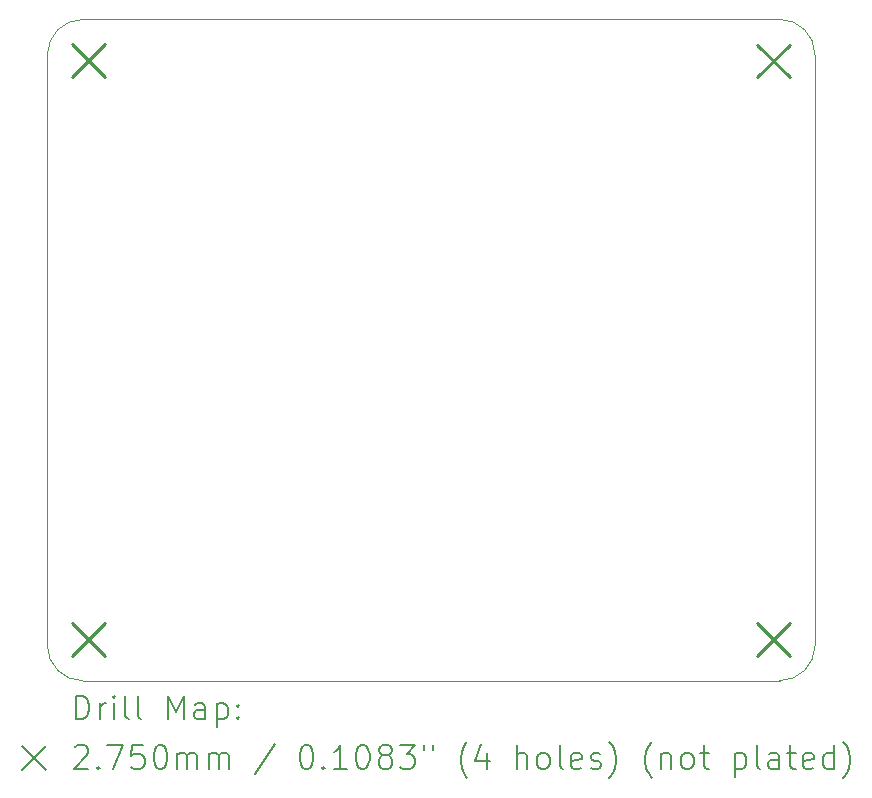
<source format=gbr>
%FSLAX45Y45*%
G04 Gerber Fmt 4.5, Leading zero omitted, Abs format (unit mm)*
G04 Created by KiCad (PCBNEW (5.99.0-12255-gad1ee958b0)) date 2021-11-28 16:30:12*
%MOMM*%
%LPD*%
G01*
G04 APERTURE LIST*
%TA.AperFunction,Profile*%
%ADD10C,0.100000*%
%TD*%
%ADD11C,0.200000*%
%ADD12C,0.275000*%
G04 APERTURE END LIST*
D10*
X14354635Y-11382285D02*
X14354636Y-6381761D01*
X7854636Y-6381761D02*
X7854636Y-11381761D01*
X14354635Y-11382285D02*
G75*
G02*
X14054636Y-11681761I-300000J524D01*
G01*
X14054636Y-6081761D02*
X8154636Y-6081761D01*
X8154636Y-11681761D02*
X14054636Y-11681761D01*
X14054636Y-6081761D02*
G75*
G02*
X14354636Y-6381761I0J-300000D01*
G01*
X7854636Y-6381761D02*
G75*
G02*
X8154636Y-6081761I300000J0D01*
G01*
X8154636Y-11681761D02*
G75*
G02*
X7854636Y-11381761I0J300000D01*
G01*
D11*
D12*
X8066500Y-6293500D02*
X8341500Y-6568500D01*
X8341500Y-6293500D02*
X8066500Y-6568500D01*
X8066500Y-11194500D02*
X8341500Y-11469500D01*
X8341500Y-11194500D02*
X8066500Y-11469500D01*
X13865500Y-11193500D02*
X14140500Y-11468500D01*
X14140500Y-11193500D02*
X13865500Y-11468500D01*
X13866500Y-6295500D02*
X14141500Y-6570500D01*
X14141500Y-6295500D02*
X13866500Y-6570500D01*
D11*
X8097255Y-12007237D02*
X8097255Y-11807237D01*
X8144874Y-11807237D01*
X8173445Y-11816761D01*
X8192493Y-11835809D01*
X8202016Y-11854856D01*
X8211540Y-11892951D01*
X8211540Y-11921523D01*
X8202016Y-11959618D01*
X8192493Y-11978666D01*
X8173445Y-11997713D01*
X8144874Y-12007237D01*
X8097255Y-12007237D01*
X8297255Y-12007237D02*
X8297255Y-11873904D01*
X8297255Y-11911999D02*
X8306778Y-11892951D01*
X8316302Y-11883428D01*
X8335350Y-11873904D01*
X8354397Y-11873904D01*
X8421064Y-12007237D02*
X8421064Y-11873904D01*
X8421064Y-11807237D02*
X8411540Y-11816761D01*
X8421064Y-11826285D01*
X8430588Y-11816761D01*
X8421064Y-11807237D01*
X8421064Y-11826285D01*
X8544874Y-12007237D02*
X8525826Y-11997713D01*
X8516302Y-11978666D01*
X8516302Y-11807237D01*
X8649636Y-12007237D02*
X8630588Y-11997713D01*
X8621064Y-11978666D01*
X8621064Y-11807237D01*
X8878207Y-12007237D02*
X8878207Y-11807237D01*
X8944874Y-11950094D01*
X9011540Y-11807237D01*
X9011540Y-12007237D01*
X9192493Y-12007237D02*
X9192493Y-11902475D01*
X9182969Y-11883428D01*
X9163921Y-11873904D01*
X9125826Y-11873904D01*
X9106778Y-11883428D01*
X9192493Y-11997713D02*
X9173445Y-12007237D01*
X9125826Y-12007237D01*
X9106778Y-11997713D01*
X9097255Y-11978666D01*
X9097255Y-11959618D01*
X9106778Y-11940571D01*
X9125826Y-11931047D01*
X9173445Y-11931047D01*
X9192493Y-11921523D01*
X9287731Y-11873904D02*
X9287731Y-12073904D01*
X9287731Y-11883428D02*
X9306778Y-11873904D01*
X9344874Y-11873904D01*
X9363921Y-11883428D01*
X9373445Y-11892951D01*
X9382969Y-11911999D01*
X9382969Y-11969142D01*
X9373445Y-11988190D01*
X9363921Y-11997713D01*
X9344874Y-12007237D01*
X9306778Y-12007237D01*
X9287731Y-11997713D01*
X9468683Y-11988190D02*
X9478207Y-11997713D01*
X9468683Y-12007237D01*
X9459159Y-11997713D01*
X9468683Y-11988190D01*
X9468683Y-12007237D01*
X9468683Y-11883428D02*
X9478207Y-11892951D01*
X9468683Y-11902475D01*
X9459159Y-11892951D01*
X9468683Y-11883428D01*
X9468683Y-11902475D01*
X7639636Y-12236761D02*
X7839636Y-12436761D01*
X7839636Y-12236761D02*
X7639636Y-12436761D01*
X8087731Y-12246285D02*
X8097255Y-12236761D01*
X8116302Y-12227237D01*
X8163921Y-12227237D01*
X8182969Y-12236761D01*
X8192493Y-12246285D01*
X8202016Y-12265332D01*
X8202016Y-12284380D01*
X8192493Y-12312951D01*
X8078207Y-12427237D01*
X8202016Y-12427237D01*
X8287731Y-12408190D02*
X8297255Y-12417713D01*
X8287731Y-12427237D01*
X8278207Y-12417713D01*
X8287731Y-12408190D01*
X8287731Y-12427237D01*
X8363921Y-12227237D02*
X8497255Y-12227237D01*
X8411540Y-12427237D01*
X8668683Y-12227237D02*
X8573445Y-12227237D01*
X8563921Y-12322475D01*
X8573445Y-12312951D01*
X8592493Y-12303428D01*
X8640112Y-12303428D01*
X8659159Y-12312951D01*
X8668683Y-12322475D01*
X8678207Y-12341523D01*
X8678207Y-12389142D01*
X8668683Y-12408190D01*
X8659159Y-12417713D01*
X8640112Y-12427237D01*
X8592493Y-12427237D01*
X8573445Y-12417713D01*
X8563921Y-12408190D01*
X8802017Y-12227237D02*
X8821064Y-12227237D01*
X8840112Y-12236761D01*
X8849636Y-12246285D01*
X8859159Y-12265332D01*
X8868683Y-12303428D01*
X8868683Y-12351047D01*
X8859159Y-12389142D01*
X8849636Y-12408190D01*
X8840112Y-12417713D01*
X8821064Y-12427237D01*
X8802017Y-12427237D01*
X8782969Y-12417713D01*
X8773445Y-12408190D01*
X8763921Y-12389142D01*
X8754398Y-12351047D01*
X8754398Y-12303428D01*
X8763921Y-12265332D01*
X8773445Y-12246285D01*
X8782969Y-12236761D01*
X8802017Y-12227237D01*
X8954398Y-12427237D02*
X8954398Y-12293904D01*
X8954398Y-12312951D02*
X8963921Y-12303428D01*
X8982969Y-12293904D01*
X9011540Y-12293904D01*
X9030588Y-12303428D01*
X9040112Y-12322475D01*
X9040112Y-12427237D01*
X9040112Y-12322475D02*
X9049636Y-12303428D01*
X9068683Y-12293904D01*
X9097255Y-12293904D01*
X9116302Y-12303428D01*
X9125826Y-12322475D01*
X9125826Y-12427237D01*
X9221064Y-12427237D02*
X9221064Y-12293904D01*
X9221064Y-12312951D02*
X9230588Y-12303428D01*
X9249636Y-12293904D01*
X9278207Y-12293904D01*
X9297255Y-12303428D01*
X9306778Y-12322475D01*
X9306778Y-12427237D01*
X9306778Y-12322475D02*
X9316302Y-12303428D01*
X9335350Y-12293904D01*
X9363921Y-12293904D01*
X9382969Y-12303428D01*
X9392493Y-12322475D01*
X9392493Y-12427237D01*
X9782969Y-12217713D02*
X9611540Y-12474856D01*
X10040112Y-12227237D02*
X10059159Y-12227237D01*
X10078207Y-12236761D01*
X10087731Y-12246285D01*
X10097255Y-12265332D01*
X10106778Y-12303428D01*
X10106778Y-12351047D01*
X10097255Y-12389142D01*
X10087731Y-12408190D01*
X10078207Y-12417713D01*
X10059159Y-12427237D01*
X10040112Y-12427237D01*
X10021064Y-12417713D01*
X10011540Y-12408190D01*
X10002017Y-12389142D01*
X9992493Y-12351047D01*
X9992493Y-12303428D01*
X10002017Y-12265332D01*
X10011540Y-12246285D01*
X10021064Y-12236761D01*
X10040112Y-12227237D01*
X10192493Y-12408190D02*
X10202017Y-12417713D01*
X10192493Y-12427237D01*
X10182969Y-12417713D01*
X10192493Y-12408190D01*
X10192493Y-12427237D01*
X10392493Y-12427237D02*
X10278207Y-12427237D01*
X10335350Y-12427237D02*
X10335350Y-12227237D01*
X10316302Y-12255809D01*
X10297255Y-12274856D01*
X10278207Y-12284380D01*
X10516302Y-12227237D02*
X10535350Y-12227237D01*
X10554398Y-12236761D01*
X10563921Y-12246285D01*
X10573445Y-12265332D01*
X10582969Y-12303428D01*
X10582969Y-12351047D01*
X10573445Y-12389142D01*
X10563921Y-12408190D01*
X10554398Y-12417713D01*
X10535350Y-12427237D01*
X10516302Y-12427237D01*
X10497255Y-12417713D01*
X10487731Y-12408190D01*
X10478207Y-12389142D01*
X10468683Y-12351047D01*
X10468683Y-12303428D01*
X10478207Y-12265332D01*
X10487731Y-12246285D01*
X10497255Y-12236761D01*
X10516302Y-12227237D01*
X10697255Y-12312951D02*
X10678207Y-12303428D01*
X10668683Y-12293904D01*
X10659159Y-12274856D01*
X10659159Y-12265332D01*
X10668683Y-12246285D01*
X10678207Y-12236761D01*
X10697255Y-12227237D01*
X10735350Y-12227237D01*
X10754398Y-12236761D01*
X10763921Y-12246285D01*
X10773445Y-12265332D01*
X10773445Y-12274856D01*
X10763921Y-12293904D01*
X10754398Y-12303428D01*
X10735350Y-12312951D01*
X10697255Y-12312951D01*
X10678207Y-12322475D01*
X10668683Y-12331999D01*
X10659159Y-12351047D01*
X10659159Y-12389142D01*
X10668683Y-12408190D01*
X10678207Y-12417713D01*
X10697255Y-12427237D01*
X10735350Y-12427237D01*
X10754398Y-12417713D01*
X10763921Y-12408190D01*
X10773445Y-12389142D01*
X10773445Y-12351047D01*
X10763921Y-12331999D01*
X10754398Y-12322475D01*
X10735350Y-12312951D01*
X10840112Y-12227237D02*
X10963921Y-12227237D01*
X10897255Y-12303428D01*
X10925826Y-12303428D01*
X10944874Y-12312951D01*
X10954398Y-12322475D01*
X10963921Y-12341523D01*
X10963921Y-12389142D01*
X10954398Y-12408190D01*
X10944874Y-12417713D01*
X10925826Y-12427237D01*
X10868683Y-12427237D01*
X10849636Y-12417713D01*
X10840112Y-12408190D01*
X11040112Y-12227237D02*
X11040112Y-12265332D01*
X11116302Y-12227237D02*
X11116302Y-12265332D01*
X11411540Y-12503428D02*
X11402016Y-12493904D01*
X11382969Y-12465332D01*
X11373445Y-12446285D01*
X11363921Y-12417713D01*
X11354397Y-12370094D01*
X11354397Y-12331999D01*
X11363921Y-12284380D01*
X11373445Y-12255809D01*
X11382969Y-12236761D01*
X11402016Y-12208190D01*
X11411540Y-12198666D01*
X11573445Y-12293904D02*
X11573445Y-12427237D01*
X11525826Y-12217713D02*
X11478207Y-12360571D01*
X11602016Y-12360571D01*
X11830588Y-12427237D02*
X11830588Y-12227237D01*
X11916302Y-12427237D02*
X11916302Y-12322475D01*
X11906778Y-12303428D01*
X11887731Y-12293904D01*
X11859159Y-12293904D01*
X11840112Y-12303428D01*
X11830588Y-12312951D01*
X12040112Y-12427237D02*
X12021064Y-12417713D01*
X12011540Y-12408190D01*
X12002016Y-12389142D01*
X12002016Y-12331999D01*
X12011540Y-12312951D01*
X12021064Y-12303428D01*
X12040112Y-12293904D01*
X12068683Y-12293904D01*
X12087731Y-12303428D01*
X12097255Y-12312951D01*
X12106778Y-12331999D01*
X12106778Y-12389142D01*
X12097255Y-12408190D01*
X12087731Y-12417713D01*
X12068683Y-12427237D01*
X12040112Y-12427237D01*
X12221064Y-12427237D02*
X12202016Y-12417713D01*
X12192493Y-12398666D01*
X12192493Y-12227237D01*
X12373445Y-12417713D02*
X12354397Y-12427237D01*
X12316302Y-12427237D01*
X12297255Y-12417713D01*
X12287731Y-12398666D01*
X12287731Y-12322475D01*
X12297255Y-12303428D01*
X12316302Y-12293904D01*
X12354397Y-12293904D01*
X12373445Y-12303428D01*
X12382969Y-12322475D01*
X12382969Y-12341523D01*
X12287731Y-12360571D01*
X12459159Y-12417713D02*
X12478207Y-12427237D01*
X12516302Y-12427237D01*
X12535350Y-12417713D01*
X12544874Y-12398666D01*
X12544874Y-12389142D01*
X12535350Y-12370094D01*
X12516302Y-12360571D01*
X12487731Y-12360571D01*
X12468683Y-12351047D01*
X12459159Y-12331999D01*
X12459159Y-12322475D01*
X12468683Y-12303428D01*
X12487731Y-12293904D01*
X12516302Y-12293904D01*
X12535350Y-12303428D01*
X12611540Y-12503428D02*
X12621064Y-12493904D01*
X12640112Y-12465332D01*
X12649635Y-12446285D01*
X12659159Y-12417713D01*
X12668683Y-12370094D01*
X12668683Y-12331999D01*
X12659159Y-12284380D01*
X12649635Y-12255809D01*
X12640112Y-12236761D01*
X12621064Y-12208190D01*
X12611540Y-12198666D01*
X12973445Y-12503428D02*
X12963921Y-12493904D01*
X12944874Y-12465332D01*
X12935350Y-12446285D01*
X12925826Y-12417713D01*
X12916302Y-12370094D01*
X12916302Y-12331999D01*
X12925826Y-12284380D01*
X12935350Y-12255809D01*
X12944874Y-12236761D01*
X12963921Y-12208190D01*
X12973445Y-12198666D01*
X13049635Y-12293904D02*
X13049635Y-12427237D01*
X13049635Y-12312951D02*
X13059159Y-12303428D01*
X13078207Y-12293904D01*
X13106778Y-12293904D01*
X13125826Y-12303428D01*
X13135350Y-12322475D01*
X13135350Y-12427237D01*
X13259159Y-12427237D02*
X13240112Y-12417713D01*
X13230588Y-12408190D01*
X13221064Y-12389142D01*
X13221064Y-12331999D01*
X13230588Y-12312951D01*
X13240112Y-12303428D01*
X13259159Y-12293904D01*
X13287731Y-12293904D01*
X13306778Y-12303428D01*
X13316302Y-12312951D01*
X13325826Y-12331999D01*
X13325826Y-12389142D01*
X13316302Y-12408190D01*
X13306778Y-12417713D01*
X13287731Y-12427237D01*
X13259159Y-12427237D01*
X13382969Y-12293904D02*
X13459159Y-12293904D01*
X13411540Y-12227237D02*
X13411540Y-12398666D01*
X13421064Y-12417713D01*
X13440112Y-12427237D01*
X13459159Y-12427237D01*
X13678207Y-12293904D02*
X13678207Y-12493904D01*
X13678207Y-12303428D02*
X13697255Y-12293904D01*
X13735350Y-12293904D01*
X13754397Y-12303428D01*
X13763921Y-12312951D01*
X13773445Y-12331999D01*
X13773445Y-12389142D01*
X13763921Y-12408190D01*
X13754397Y-12417713D01*
X13735350Y-12427237D01*
X13697255Y-12427237D01*
X13678207Y-12417713D01*
X13887731Y-12427237D02*
X13868683Y-12417713D01*
X13859159Y-12398666D01*
X13859159Y-12227237D01*
X14049635Y-12427237D02*
X14049635Y-12322475D01*
X14040112Y-12303428D01*
X14021064Y-12293904D01*
X13982969Y-12293904D01*
X13963921Y-12303428D01*
X14049635Y-12417713D02*
X14030588Y-12427237D01*
X13982969Y-12427237D01*
X13963921Y-12417713D01*
X13954397Y-12398666D01*
X13954397Y-12379618D01*
X13963921Y-12360571D01*
X13982969Y-12351047D01*
X14030588Y-12351047D01*
X14049635Y-12341523D01*
X14116302Y-12293904D02*
X14192493Y-12293904D01*
X14144874Y-12227237D02*
X14144874Y-12398666D01*
X14154397Y-12417713D01*
X14173445Y-12427237D01*
X14192493Y-12427237D01*
X14335350Y-12417713D02*
X14316302Y-12427237D01*
X14278207Y-12427237D01*
X14259159Y-12417713D01*
X14249635Y-12398666D01*
X14249635Y-12322475D01*
X14259159Y-12303428D01*
X14278207Y-12293904D01*
X14316302Y-12293904D01*
X14335350Y-12303428D01*
X14344874Y-12322475D01*
X14344874Y-12341523D01*
X14249635Y-12360571D01*
X14516302Y-12427237D02*
X14516302Y-12227237D01*
X14516302Y-12417713D02*
X14497255Y-12427237D01*
X14459159Y-12427237D01*
X14440112Y-12417713D01*
X14430588Y-12408190D01*
X14421064Y-12389142D01*
X14421064Y-12331999D01*
X14430588Y-12312951D01*
X14440112Y-12303428D01*
X14459159Y-12293904D01*
X14497255Y-12293904D01*
X14516302Y-12303428D01*
X14592493Y-12503428D02*
X14602016Y-12493904D01*
X14621064Y-12465332D01*
X14630588Y-12446285D01*
X14640112Y-12417713D01*
X14649635Y-12370094D01*
X14649635Y-12331999D01*
X14640112Y-12284380D01*
X14630588Y-12255809D01*
X14621064Y-12236761D01*
X14602016Y-12208190D01*
X14592493Y-12198666D01*
M02*

</source>
